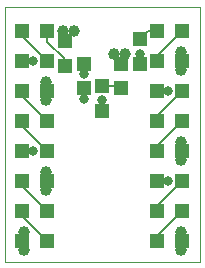
<source format=gtl>
G75*
%MOIN*%
%OFA0B0*%
%FSLAX24Y24*%
%IPPOS*%
%LPD*%
%AMOC8*
5,1,8,0,0,1.08239X$1,22.5*
%
%ADD10C,0.0000*%
%ADD11R,0.0472X0.0472*%
%ADD12C,0.0397*%
%ADD13C,0.0060*%
%ADD14C,0.0317*%
D10*
X002392Y002517D02*
X002392Y011017D01*
X008892Y011017D01*
X008892Y002517D01*
X002392Y002517D01*
D11*
X002978Y003204D03*
X003805Y003204D03*
X003805Y004204D03*
X002978Y004204D03*
X002978Y005204D03*
X003805Y005204D03*
X003805Y006204D03*
X002978Y006204D03*
X002978Y007204D03*
X003805Y007204D03*
X003805Y008204D03*
X002978Y008204D03*
X002978Y009204D03*
X003805Y009204D03*
X004392Y009041D03*
X005017Y009118D03*
X004392Y009868D03*
X003805Y010204D03*
X002978Y010204D03*
X005017Y008291D03*
X005642Y008368D03*
X006267Y008291D03*
X006267Y009118D03*
X006892Y009103D03*
X007478Y009204D03*
X006892Y009930D03*
X007478Y010204D03*
X008305Y010204D03*
X008305Y009204D03*
X008305Y008204D03*
X007478Y008204D03*
X007478Y007204D03*
X008305Y007204D03*
X008305Y006204D03*
X007478Y006204D03*
X007478Y005204D03*
X008305Y005204D03*
X008305Y004204D03*
X007478Y004204D03*
X007478Y003204D03*
X008305Y003204D03*
X005642Y007541D03*
D12*
X003767Y007892D03*
X003767Y008517D03*
X004329Y010204D03*
X004704Y010204D03*
X006017Y009454D03*
X006392Y009454D03*
X008267Y009517D03*
X008267Y008892D03*
X008267Y006517D03*
X008267Y005892D03*
X008267Y003517D03*
X008267Y002892D03*
X003767Y004892D03*
X003767Y005517D03*
X003017Y003517D03*
X003017Y002892D03*
D13*
X003017Y003166D01*
X002978Y003204D01*
X003017Y003243D01*
X003017Y003517D01*
X002978Y004031D02*
X003805Y003204D01*
X002978Y004031D02*
X002978Y004204D01*
X002978Y005031D02*
X003805Y004204D01*
X003767Y004892D02*
X003767Y005166D01*
X003805Y005204D01*
X003767Y005243D01*
X003767Y005517D01*
X003805Y006204D02*
X002978Y007031D01*
X002978Y007204D01*
X002978Y008031D02*
X003805Y007204D01*
X003767Y007892D02*
X003767Y008166D01*
X003805Y008204D01*
X003767Y008243D01*
X003767Y008517D01*
X004392Y009041D02*
X004392Y009267D01*
X003805Y009853D01*
X003805Y010204D01*
X004329Y010204D02*
X004329Y009930D01*
X004392Y009868D01*
X004704Y010180D01*
X004704Y010204D01*
X003805Y009204D02*
X002978Y010031D01*
X002978Y010204D01*
X002978Y009204D02*
X003329Y009204D01*
X002978Y008204D02*
X002978Y008031D01*
X002978Y006204D02*
X003329Y006204D01*
X002978Y005204D02*
X002978Y005031D01*
X005642Y007541D02*
X005642Y007892D01*
X005642Y008368D02*
X006190Y008368D01*
X006267Y008291D01*
X006267Y009118D02*
X006392Y009243D01*
X006392Y009454D01*
X006267Y009118D02*
X006017Y009368D01*
X006017Y009454D01*
X006892Y009454D02*
X006892Y009103D01*
X007478Y009204D02*
X007478Y009377D01*
X008305Y010204D01*
X008267Y009517D02*
X008267Y009243D01*
X008305Y009204D01*
X008267Y009166D01*
X008267Y008892D01*
X008305Y008204D02*
X007478Y007377D01*
X007478Y007204D01*
X007478Y006377D02*
X008305Y007204D01*
X008267Y006517D02*
X008267Y006243D01*
X008305Y006204D01*
X008267Y006166D01*
X008267Y005892D01*
X008305Y005204D02*
X007478Y004377D01*
X007478Y004204D01*
X007478Y003377D02*
X008305Y004204D01*
X008267Y003517D02*
X008267Y003243D01*
X008305Y003204D01*
X008267Y003166D01*
X008267Y002892D01*
X007478Y003204D02*
X007478Y003377D01*
X007478Y005204D02*
X007829Y005204D01*
X007478Y006204D02*
X007478Y006377D01*
X007478Y008204D02*
X007829Y008204D01*
X006892Y009930D02*
X007166Y010204D01*
X007478Y010204D01*
X005017Y009118D02*
X005017Y008767D01*
X005017Y008291D02*
X005017Y007954D01*
D14*
X005017Y007954D03*
X005642Y007892D03*
X005017Y008767D03*
X003329Y009204D03*
X003329Y006204D03*
X006892Y009454D03*
X007829Y008204D03*
X007829Y005204D03*
M02*

</source>
